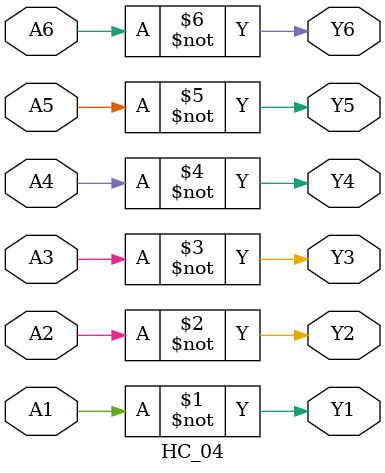
<source format=v>
module HC_04(A1, A2, A3, A4, A5, A6, Y1, Y2, Y3, Y4, Y5, Y6);

input A1, A2, A3, A4, A5, A6;
output Y1, Y2, Y3, Y4, Y5, Y6;

assign Y1 = ~A1;
assign Y2 = ~A2;
assign Y3 = ~A3;
assign Y4 = ~A4;
assign Y5 = ~A5;
assign Y6 = ~A6;

endmodule
</source>
